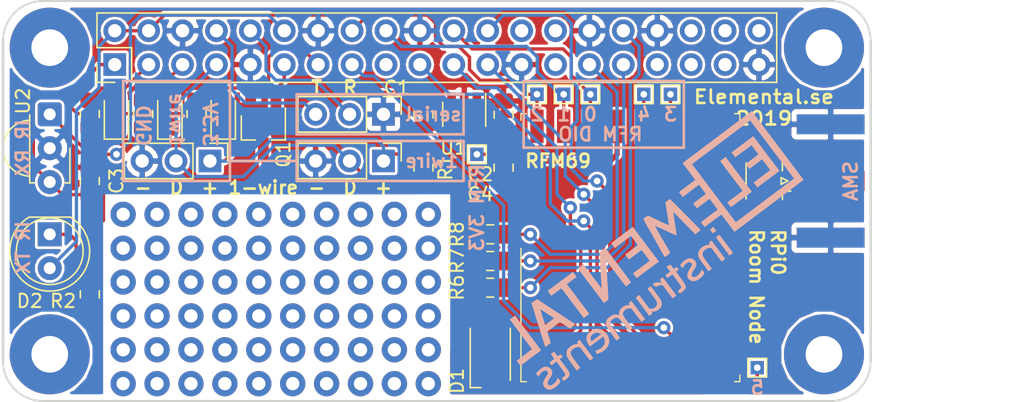
<source format=kicad_pcb>
(kicad_pcb (version 20171130) (host pcbnew 5.0.2-1.fc29)
  (title_block (title "RPi0 Room Node"))
  (layers (0 F.Cu signal) (31 B.Cu signal) (34 B.Paste user) (35 F.Paste user) (36 B.SilkS user) (37 F.SilkS user) (38 B.Mask user) (39 F.Mask user) (44 Edge.Cuts user))
  (net 0 "")
  (net 1 +5V)
  (net 2 +3V3)
  (net 3 GND)
  (net 4 /ONEWIRE)
  (net 5 /IRTX)
  (net 6 /IRRX)
  (net 7 "Net-(J1-Pad17)")
  (net 8 /MOSI)
  (net 9 /MISO)
  (net 10 /SCLK)
  (net 11 /CE0)
  (net 12 "Net-(J1-Pad26)")
  (net 13 "Net-(J1-Pad27)")
  (net 14 "Net-(J1-Pad28)")
  (net 15 "Net-(J1-Pad33)")
  (net 16 "Net-(J1-Pad35)")
  (net 17 "Net-(J1-Pad36)")
  (net 18 "Net-(J1-Pad37)")
  (net 19 "Net-(J1-Pad38)")
  (net 20 "Net-(J1-Pad40)")
  (net 21 "Net-(D1-Pad2)")
  (net 22 "Net-(D1-Pad3)")
  (net 23 "Net-(D1-Pad4)")
  (net 24 "Net-(D2-Pad1)")
  (net 25 "Net-(U1-Pad4)")
  (net 26 VDDA)
  (net 27 /RFM_DIO0)
  (net 28 /RFM_RST)
  (net 29 "Net-(D3-Pad1)")
  (net 30 "Net-(D4-Pad1)")
  (net 31 "Net-(D5-Pad1)")
  (net 32 "Net-(Q1-Pad3)")
  (net 33 /LED1)
  (net 34 /LED2)
  (net 35 /TXD)
  (net 36 /RXD)
  (net 37 /LED3)
  (net 38 /RFM_DIO1)
  (net 39 /LEDR)
  (net 40 /LEDG)
  (net 41 /LEDB)
  (net 42 /ANT)
  (net 43 /RFM_DIO2)
  (net 44 /RFM_DIO5)
  (net 45 /RFM_DIO4)
  (net 46 /RFM_DIO3)
  (module Resistor_SMD:R_0805_2012Metric_Pad1.15x1.40mm_HandSolder (layer F.Cu) (at 133 116 180)
    (fp_text reference R7 (at 2.5 0 270) (layer F.SilkS))
    (fp_text value R)
    (pad 2 smd roundrect (at 1.025 0 180) (size 1.15 1.4) (layers F.Cu F.Paste F.Mask) (roundrect_rratio 0.217391) (net 22 "Net-(D1-Pad3)"))
    (pad 1 smd roundrect (at -1.025 0 180) (size 1.15 1.4) (layers F.Cu F.Paste F.Mask) (roundrect_rratio 0.217391) (net 40 /LEDG))
  )
  (module Connector_PinHeader_2.54mm:PinHeader_2x20_P2.54mm_Vertical (layer F.Cu) (at 104.87 101.27 90)
    (fp_text reference J1 hide)
    (fp_text value "Raspberry Pi")
    (pad 1 thru_hole rect (at 0 0 90) (size 1.7 1.7) (drill 1) (layers *.Cu *.Mask) (net 2 +3V3))
    (pad 2 thru_hole oval (at 2.54 0 90) (size 1.7 1.7) (drill 1) (layers *.Cu *.Mask) (net 1 +5V))
    (pad 3 thru_hole oval (at 0 2.54 90) (size 1.7 1.7) (drill 1) (layers *.Cu *.Mask) (net 33 /LED1))
    (pad 4 thru_hole oval (at 2.54 2.54 90) (size 1.7 1.7) (drill 1) (layers *.Cu *.Mask) (net 1 +5V))
    (pad 5 thru_hole oval (at 0 5.08 90) (size 1.7 1.7) (drill 1) (layers *.Cu *.Mask) (net 34 /LED2))
    (pad 6 thru_hole oval (at 2.54 5.08 90) (size 1.7 1.7) (drill 1) (layers *.Cu *.Mask) (net 3 GND))
    (pad 7 thru_hole oval (at 0 7.62 90) (size 1.7 1.7) (drill 1) (layers *.Cu *.Mask) (net 4 /ONEWIRE))
    (pad 8 thru_hole oval (at 2.54 7.62 90) (size 1.7 1.7) (drill 1) (layers *.Cu *.Mask) (net 35 /TXD))
    (pad 9 thru_hole oval (at 0 10.16 90) (size 1.7 1.7) (drill 1) (layers *.Cu *.Mask) (net 3 GND))
    (pad 10 thru_hole oval (at 2.54 10.16 90) (size 1.7 1.7) (drill 1) (layers *.Cu *.Mask) (net 36 /RXD))
    (pad 11 thru_hole oval (at 0 12.7 90) (size 1.7 1.7) (drill 1) (layers *.Cu *.Mask) (net 5 /IRTX))
    (pad 12 thru_hole oval (at 2.54 12.7 90) (size 1.7 1.7) (drill 1) (layers *.Cu *.Mask) (net 6 /IRRX))
    (pad 13 thru_hole oval (at 0 15.24 90) (size 1.7 1.7) (drill 1) (layers *.Cu *.Mask) (net 37 /LED3))
    (pad 14 thru_hole oval (at 2.54 15.24 90) (size 1.7 1.7) (drill 1) (layers *.Cu *.Mask) (net 3 GND))
    (pad 15 thru_hole oval (at 0 17.78 90) (size 1.7 1.7) (drill 1) (layers *.Cu *.Mask) (net 28 /RFM_RST))
    (pad 16 thru_hole oval (at 2.54 17.78 90) (size 1.7 1.7) (drill 1) (layers *.Cu *.Mask) (net 43 /RFM_DIO2))
    (pad 17 thru_hole oval (at 0 20.32 90) (size 1.7 1.7) (drill 1) (layers *.Cu *.Mask) (net 7 "Net-(J1-Pad17)"))
    (pad 18 thru_hole oval (at 2.54 20.32 90) (size 1.7 1.7) (drill 1) (layers *.Cu *.Mask) (net 38 /RFM_DIO1))
    (pad 19 thru_hole oval (at 0 22.86 90) (size 1.7 1.7) (drill 1) (layers *.Cu *.Mask) (net 8 /MOSI))
    (pad 20 thru_hole oval (at 2.54 22.86 90) (size 1.7 1.7) (drill 1) (layers *.Cu *.Mask) (net 3 GND))
    (pad 21 thru_hole oval (at 0 25.4 90) (size 1.7 1.7) (drill 1) (layers *.Cu *.Mask) (net 9 /MISO))
    (pad 22 thru_hole oval (at 2.54 25.4 90) (size 1.7 1.7) (drill 1) (layers *.Cu *.Mask) (net 27 /RFM_DIO0))
    (pad 23 thru_hole oval (at 0 27.94 90) (size 1.7 1.7) (drill 1) (layers *.Cu *.Mask) (net 10 /SCLK))
    (pad 24 thru_hole oval (at 2.54 27.94 90) (size 1.7 1.7) (drill 1) (layers *.Cu *.Mask) (net 11 /CE0))
    (pad 25 thru_hole oval (at 0 30.48 90) (size 1.7 1.7) (drill 1) (layers *.Cu *.Mask) (net 3 GND))
    (pad 26 thru_hole oval (at 2.54 30.48 90) (size 1.7 1.7) (drill 1) (layers *.Cu *.Mask) (net 12 "Net-(J1-Pad26)"))
    (pad 27 thru_hole oval (at 0 33.02 90) (size 1.7 1.7) (drill 1) (layers *.Cu *.Mask) (net 13 "Net-(J1-Pad27)"))
    (pad 28 thru_hole oval (at 2.54 33.02 90) (size 1.7 1.7) (drill 1) (layers *.Cu *.Mask) (net 14 "Net-(J1-Pad28)"))
    (pad 29 thru_hole oval (at 0 35.56 90) (size 1.7 1.7) (drill 1) (layers *.Cu *.Mask) (net 39 /LEDR))
    (pad 30 thru_hole oval (at 2.54 35.56 90) (size 1.7 1.7) (drill 1) (layers *.Cu *.Mask) (net 3 GND))
    (pad 31 thru_hole oval (at 0 38.1 90) (size 1.7 1.7) (drill 1) (layers *.Cu *.Mask) (net 40 /LEDG))
    (pad 32 thru_hole oval (at 2.54 38.1 90) (size 1.7 1.7) (drill 1) (layers *.Cu *.Mask) (net 41 /LEDB))
    (pad 33 thru_hole oval (at 0 40.64 90) (size 1.7 1.7) (drill 1) (layers *.Cu *.Mask) (net 15 "Net-(J1-Pad33)"))
    (pad 34 thru_hole oval (at 2.54 40.64 90) (size 1.7 1.7) (drill 1) (layers *.Cu *.Mask) (net 3 GND))
    (pad 35 thru_hole oval (at 0 43.18 90) (size 1.7 1.7) (drill 1) (layers *.Cu *.Mask) (net 16 "Net-(J1-Pad35)"))
    (pad 36 thru_hole oval (at 2.54 43.18 90) (size 1.7 1.7) (drill 1) (layers *.Cu *.Mask) (net 17 "Net-(J1-Pad36)"))
    (pad 37 thru_hole oval (at 0 45.72 90) (size 1.7 1.7) (drill 1) (layers *.Cu *.Mask) (net 18 "Net-(J1-Pad37)"))
    (pad 38 thru_hole oval (at 2.54 45.72 90) (size 1.7 1.7) (drill 1) (layers *.Cu *.Mask) (net 19 "Net-(J1-Pad38)"))
    (pad 39 thru_hole oval (at 0 48.26 90) (size 1.7 1.7) (drill 1) (layers *.Cu *.Mask) (net 3 GND))
    (pad 40 thru_hole oval (at 2.54 48.26 90) (size 1.7 1.7) (drill 1) (layers *.Cu *.Mask) (net 20 "Net-(J1-Pad40)"))
  )
  (module holes:hole_2.75 (layer F.Cu) (at 100 100)
    (fp_text reference H1 hide)
    (fp_text value MountingHole hide)
    (pad "" np_thru_hole circle (at 0 0) (size 6 6) (drill 2.75) (layers *.Cu *.Mask))
  )
  (module holes:hole_2.75 (layer F.Cu) (at 158 100)
    (fp_text reference H2 hide)
    (fp_text value MountingHole hide)
    (pad "" np_thru_hole circle (at 0 0) (size 6 6) (drill 2.75) (layers *.Cu *.Mask))
  )
  (module holes:hole_2.75 (layer F.Cu) (at 100 123)
    (fp_text reference H3 hide)
    (fp_text value MountingHole hide)
    (pad "" np_thru_hole circle (at 0 0) (size 6 6) (drill 2.75) (layers *.Cu *.Mask))
  )
  (module holes:hole_2.75 (layer F.Cu) (at 158 123)
    (fp_text reference H4 hide)
    (fp_text value MountingHole hide)
    (pad "" np_thru_hole circle (at 0 0) (size 6 6) (drill 2.75) (layers *.Cu *.Mask))
  )
  (module LED_SMD:LED_Avago_PLCC4_3.2x2.8mm_CW (layer F.Cu) (at 133 123 90)
    (fp_text reference D1 (at -2 -2.5 270) (layer F.SilkS))
    (fp_text value ASMB-MTB0-0A3A2)
    (pad 1 smd rect (at -1.5 -0.75 90) (size 1.5 1.1) (layers F.Cu F.Paste F.Mask) (net 2 +3V3))
    (pad 2 smd rect (at 1.5 -0.75 90) (size 1.5 1.1) (layers F.Cu F.Paste F.Mask) (net 21 "Net-(D1-Pad2)"))
    (pad 3 smd rect (at 1.5 0.75 90) (size 1.5 1.1) (layers F.Cu F.Paste F.Mask) (net 22 "Net-(D1-Pad3)"))
    (pad 4 smd rect (at -1.5 0.75 90) (size 1.5 1.1) (layers F.Cu F.Paste F.Mask) (net 23 "Net-(D1-Pad4)"))
  )
  (module LED_THT:LED_D5.0mm_IRGrey (layer F.Cu) (at 100 114 270)
    (fp_text reference D2 (at 5 1.5) (layer F.SilkS))
    (fp_text value CQY99)
    (pad 1 thru_hole rect (at 0 0 270) (size 1.8 1.8) (drill 0.9) (layers *.Cu *.Mask) (net 24 "Net-(D2-Pad1)"))
    (pad 2 thru_hole circle (at 2.54 0 270) (size 1.8 1.8) (drill 0.9) (layers *.Cu *.Mask) (net 1 +5V))
  )
  (module Package_TO_SOT_SMD:SOT-23-5 (layer F.Cu) (at 131.05 105 270)
    (fp_text reference U1 (at 2.5 0.8 180) (layer F.SilkS))
    (fp_text value AP2210K-3.3)
    (pad 1 smd rect (at -1.1 -0.95 270) (size 1.06 0.65) (layers F.Cu F.Paste F.Mask) (net 1 +5V))
    (pad 2 smd rect (at -1.1 0 270) (size 1.06 0.65) (layers F.Cu F.Paste F.Mask) (net 3 GND))
    (pad 3 smd rect (at -1.1 0.95 270) (size 1.06 0.65) (layers F.Cu F.Paste F.Mask) (net 1 +5V))
    (pad 4 smd rect (at 1.1 0.95 270) (size 1.06 0.65) (layers F.Cu F.Paste F.Mask) (net 25 "Net-(U1-Pad4)"))
    (pad 5 smd rect (at 1.1 -0.95 270) (size 1.06 0.65) (layers F.Cu F.Paste F.Mask) (net 26 VDDA))
  )
  (module OptoDevice:Vishay_MINICAST-3Pin (layer F.Cu) (at 100 105 270)
    (fp_text reference U2 (at -1 2 90) (layer F.SilkS))
    (fp_text value TSOP382xx)
    (pad 1 thru_hole roundrect (at 0 0 270) (size 1.8 1.8) (drill 0.9) (layers *.Cu *.Mask) (roundrect_rratio 0.139) (net 6 /IRRX))
    (pad 2 thru_hole circle (at 2.54 0 270) (size 1.8 1.8) (drill 0.9) (layers *.Cu *.Mask) (net 3 GND))
    (pad 3 thru_hole circle (at 5.08 0 270) (size 1.8 1.8) (drill 0.9) (layers *.Cu *.Mask) (net 2 +3V3))
  )
  (module RF_Module:HOPERF_RFM69HW (layer F.Cu) (at 143.5 115 90)
    (fp_text reference U3 hide)
    (fp_text value RFM69HCW)
    (pad 16 smd rect (at 9.1 -7 90) (size 2.5 1) (layers F.Cu F.Paste F.Mask) (net 43 /RFM_DIO2))
    (pad 15 smd rect (at 9.1 -5 90) (size 2.5 1) (layers F.Cu F.Paste F.Mask) (net 38 /RFM_DIO1))
    (pad 14 smd rect (at 9.1 -3 90) (size 2.5 1) (layers F.Cu F.Paste F.Mask) (net 27 /RFM_DIO0))
    (pad 13 smd rect (at 9.1 -1 90) (size 2.5 1) (layers F.Cu F.Paste F.Mask) (net 26 VDDA))
    (pad 12 smd rect (at 9.1 1 90) (size 2.5 1) (layers F.Cu F.Paste F.Mask) (net 45 /RFM_DIO4))
    (pad 11 smd rect (at 9.1 3 90) (size 2.5 1) (layers F.Cu F.Paste F.Mask) (net 46 /RFM_DIO3))
    (pad 10 smd rect (at 9.1 5 90) (size 2.5 1) (layers F.Cu F.Paste F.Mask) (net 3 GND))
    (pad 9 smd rect (at 9.1 7 90) (size 2.5 1) (layers F.Cu F.Paste F.Mask) (net 42 /ANT))
    (pad 8 smd rect (at -9.1 7 90) (size 2.5 1) (layers F.Cu F.Paste F.Mask) (net 3 GND))
    (pad 7 smd rect (at -9.1 5 90) (size 2.5 1) (layers F.Cu F.Paste F.Mask) (net 44 /RFM_DIO5))
    (pad 6 smd rect (at -9.1 3 90) (size 2.5 1) (layers F.Cu F.Paste F.Mask) (net 28 /RFM_RST))
    (pad 5 smd rect (at -9.1 1 90) (size 2.5 1) (layers F.Cu F.Paste F.Mask) (net 11 /CE0))
    (pad 4 smd rect (at -9.1 -1 90) (size 2.5 1) (layers F.Cu F.Paste F.Mask) (net 10 /SCLK))
    (pad 3 smd rect (at -9.1 -3 90) (size 2.5 1) (layers F.Cu F.Paste F.Mask) (net 8 /MOSI))
    (pad 2 smd rect (at -9.1 -5 90) (size 2.5 1) (layers F.Cu F.Paste F.Mask) (net 9 /MISO))
    (pad 1 smd rect (at -9.1 -7 90) (size 2.5 1) (layers F.Cu F.Paste F.Mask) (net 3 GND))
  )
  (module Capacitor_SMD:C_0805_2012Metric_Pad1.15x1.40mm_HandSolder (layer F.Cu) (at 128 105 270)
    (fp_text reference C1 (at -2 2) (layer F.SilkS))
    (fp_text value C)
    (pad 1 smd roundrect (at -1.025 0 270) (size 1.15 1.4) (layers F.Cu F.Paste F.Mask) (roundrect_rratio 0.217391) (net 1 +5V))
    (pad 2 smd roundrect (at 1.025 0 270) (size 1.15 1.4) (layers F.Cu F.Paste F.Mask) (roundrect_rratio 0.217391) (net 3 GND))
  )
  (module Capacitor_SMD:C_0805_2012Metric_Pad1.15x1.40mm_HandSolder (layer F.Cu) (at 134 105.025 90)
    (fp_text reference C2 (at -4.475 -1.75 180) (layer F.SilkS))
    (fp_text value C)
    (pad 2 smd roundrect (at 1.025 0 90) (size 1.15 1.4) (layers F.Cu F.Paste F.Mask) (roundrect_rratio 0.217391) (net 3 GND))
    (pad 1 smd roundrect (at -1.025 0 90) (size 1.15 1.4) (layers F.Cu F.Paste F.Mask) (roundrect_rratio 0.217391) (net 26 VDDA))
  )
  (module Capacitor_SMD:C_0805_2012Metric_Pad1.15x1.40mm_HandSolder (layer F.Cu) (at 103 110 90)
    (fp_text reference C3 (at 0 2 90) (layer F.SilkS))
    (fp_text value 1u)
    (pad 1 smd roundrect (at -1.025 0 90) (size 1.15 1.4) (layers F.Cu F.Paste F.Mask) (roundrect_rratio 0.217391) (net 2 +3V3))
    (pad 2 smd roundrect (at 1.025 0 90) (size 1.15 1.4) (layers F.Cu F.Paste F.Mask) (roundrect_rratio 0.217391) (net 3 GND))
  )
  (module Capacitor_SMD:C_0805_2012Metric_Pad1.15x1.40mm_HandSolder (layer F.Cu) (at 134 109 270)
    (fp_text reference C4 (at 2 1.75) (layer F.SilkS))
    (fp_text value C)
    (pad 1 smd roundrect (at -1.025 0 270) (size 1.15 1.4) (layers F.Cu F.Paste F.Mask) (roundrect_rratio 0.217391) (net 26 VDDA))
    (pad 2 smd roundrect (at 1.025 0 270) (size 1.15 1.4) (layers F.Cu F.Paste F.Mask) (roundrect_rratio 0.217391) (net 3 GND))
  )
  (module LED_SMD:LED_0805_2012Metric_Castellated (layer F.Cu) (at 105 104.975 90)
    (fp_text reference D3 hide)
    (fp_text value LED)
    (pad 1 smd roundrect (at -0.9625 0 90) (size 1.325 1.3) (layers F.Cu F.Paste F.Mask) (roundrect_rratio 0.192308) (net 29 "Net-(D3-Pad1)"))
    (pad 2 smd roundrect (at 0.9625 0 90) (size 1.325 1.3) (layers F.Cu F.Paste F.Mask) (roundrect_rratio 0.192308) (net 2 +3V3))
  )
  (module LED_SMD:LED_0805_2012Metric_Castellated (layer F.Cu) (at 109 104.975 90)
    (fp_text reference D4 hide)
    (fp_text value LED)
    (pad 2 smd roundrect (at 0.9625 0 90) (size 1.325 1.3) (layers F.Cu F.Paste F.Mask) (roundrect_rratio 0.192308) (net 2 +3V3))
    (pad 1 smd roundrect (at -0.9625 0 90) (size 1.325 1.3) (layers F.Cu F.Paste F.Mask) (roundrect_rratio 0.192308) (net 30 "Net-(D4-Pad1)"))
  )
  (module LED_SMD:LED_0805_2012Metric_Castellated (layer F.Cu) (at 113 104.975 90)
    (fp_text reference D5 hide)
    (fp_text value LED)
    (pad 1 smd roundrect (at -0.9625 0 90) (size 1.325 1.3) (layers F.Cu F.Paste F.Mask) (roundrect_rratio 0.192308) (net 31 "Net-(D5-Pad1)"))
    (pad 2 smd roundrect (at 0.9625 0 90) (size 1.325 1.3) (layers F.Cu F.Paste F.Mask) (roundrect_rratio 0.192308) (net 2 +3V3))
  )
  (module Package_TO_SOT_SMD:SC-59_Handsoldering (layer F.Cu) (at 116 105.975 270)
    (fp_text reference Q1 (at 2.025 -1.5 90) (layer F.SilkS))
    (fp_text value PDTC123Y)
    (pad 1 smd rect (at -1.65 -0.95 270) (size 1.8 0.8) (layers F.Cu F.Paste F.Mask) (net 5 /IRTX))
    (pad 2 smd rect (at -1.65 0.95 270) (size 1.8 0.8) (layers F.Cu F.Paste F.Mask) (net 3 GND))
    (pad 3 smd rect (at 1.65 0 270) (size 1.8 0.8) (layers F.Cu F.Paste F.Mask) (net 32 "Net-(Q1-Pad3)"))
  )
  (module Resistor_SMD:R_0805_2012Metric_Pad1.15x1.40mm_HandSolder (layer F.Cu) (at 128 109 270)
    (fp_text reference R1 (at 0 -1.65 270) (layer F.SilkS))
    (fp_text value 4k7)
    (pad 1 smd roundrect (at -1.025 0 270) (size 1.15 1.4) (layers F.Cu F.Paste F.Mask) (roundrect_rratio 0.217391) (net 2 +3V3))
    (pad 2 smd roundrect (at 1.025 0 270) (size 1.15 1.4) (layers F.Cu F.Paste F.Mask) (roundrect_rratio 0.217391) (net 4 /ONEWIRE))
  )
  (module Resistor_SMD:R_0805_2012Metric_Pad1.15x1.40mm_HandSolder (layer F.Cu) (at 103 118.5 90)
    (fp_text reference R2 (at -0.5 -2 180) (layer F.SilkS))
    (fp_text value R)
    (pad 2 smd roundrect (at 1.025 0 90) (size 1.15 1.4) (layers F.Cu F.Paste F.Mask) (roundrect_rratio 0.217391) (net 32 "Net-(Q1-Pad3)"))
    (pad 1 smd roundrect (at -1.025 0 90) (size 1.15 1.4) (layers F.Cu F.Paste F.Mask) (roundrect_rratio 0.217391) (net 24 "Net-(D2-Pad1)"))
  )
  (module Resistor_SMD:R_0805_2012Metric_Pad1.15x1.40mm_HandSolder (layer F.Cu) (at 103 104.975 270)
    (fp_text reference R3 hide)
    (fp_text value R)
    (pad 2 smd roundrect (at 1.025 0 270) (size 1.15 1.4) (layers F.Cu F.Paste F.Mask) (roundrect_rratio 0.217391) (net 29 "Net-(D3-Pad1)"))
    (pad 1 smd roundrect (at -1.025 0 270) (size 1.15 1.4) (layers F.Cu F.Paste F.Mask) (roundrect_rratio 0.217391) (net 33 /LED1))
  )
  (module Resistor_SMD:R_0805_2012Metric_Pad1.15x1.40mm_HandSolder (layer F.Cu) (at 107 104.975 270)
    (fp_text reference R4 hide)
    (fp_text value R)
    (pad 1 smd roundrect (at -1.025 0 270) (size 1.15 1.4) (layers F.Cu F.Paste F.Mask) (roundrect_rratio 0.217391) (net 34 /LED2))
    (pad 2 smd roundrect (at 1.025 0 270) (size 1.15 1.4) (layers F.Cu F.Paste F.Mask) (roundrect_rratio 0.217391) (net 30 "Net-(D4-Pad1)"))
  )
  (module Resistor_SMD:R_0805_2012Metric_Pad1.15x1.40mm_HandSolder (layer F.Cu) (at 111 104.975 270)
    (fp_text reference R5 hide)
    (fp_text value R)
    (pad 2 smd roundrect (at 1.025 0 270) (size 1.15 1.4) (layers F.Cu F.Paste F.Mask) (roundrect_rratio 0.217391) (net 31 "Net-(D5-Pad1)"))
    (pad 1 smd roundrect (at -1.025 0 270) (size 1.15 1.4) (layers F.Cu F.Paste F.Mask) (roundrect_rratio 0.217391) (net 37 /LED3))
  )
  (module Resistor_SMD:R_0805_2012Metric_Pad1.15x1.40mm_HandSolder (layer F.Cu) (at 133 118 180)
    (fp_text reference R6 (at 2.5 0 270) (layer F.SilkS))
    (fp_text value R)
    (pad 1 smd roundrect (at -1.025 0 180) (size 1.15 1.4) (layers F.Cu F.Paste F.Mask) (roundrect_rratio 0.217391) (net 41 /LEDB))
    (pad 2 smd roundrect (at 1.025 0 180) (size 1.15 1.4) (layers F.Cu F.Paste F.Mask) (roundrect_rratio 0.217391) (net 21 "Net-(D1-Pad2)"))
  )
  (module Resistor_SMD:R_0805_2012Metric_Pad1.15x1.40mm_HandSolder (layer F.Cu) (at 133 114 180)
    (fp_text reference R8 (at 2.5 0 270) (layer F.SilkS))
    (fp_text value R)
    (pad 1 smd roundrect (at -1.025 0 180) (size 1.15 1.4) (layers F.Cu F.Paste F.Mask) (roundrect_rratio 0.217391) (net 39 /LEDR))
    (pad 2 smd roundrect (at 1.025 0 180) (size 1.15 1.4) (layers F.Cu F.Paste F.Mask) (roundrect_rratio 0.217391) (net 23 "Net-(D1-Pad4)"))
  )
  (module Connector_Coaxial:SMA_Amphenol_132289_EdgeMount (layer F.Cu) (at 158.5 110)
    (fp_text reference AE1 hide)
    (fp_text value SMA)
    (pad 2 smd rect (at 0 4.25 90) (size 1.5 5.08) (layers B.Cu B.Paste B.Mask) (net 3 GND))
    (pad 2 smd rect (at 0 -4.25 90) (size 1.5 5.08) (layers B.Cu B.Paste B.Mask) (net 3 GND))
    (pad 2 smd rect (at 0 4.25 90) (size 1.5 5.08) (layers F.Cu F.Paste F.Mask) (net 3 GND))
    (pad 2 smd rect (at 0 -4.25 90) (size 1.5 5.08) (layers F.Cu F.Paste F.Mask) (net 3 GND))
    (pad 1 smd rect (at 0 0 90) (size 1.5 5.08) (layers F.Cu F.Paste F.Mask) (net 42 /ANT))
  )
  (module Connector_PinHeader_2.54mm:PinHeader_1x03_P2.54mm_Vertical (layer F.Cu) (at 125 105 270)
    (fp_text reference J3 hide)
    (fp_text value Conn_01x03)
    (pad 1 thru_hole rect (at 0 0 270) (size 1.7 1.7) (drill 1) (layers *.Cu *.Mask) (net 3 GND))
    (pad 2 thru_hole oval (at 0 2.54 270) (size 1.7 1.7) (drill 1) (layers *.Cu *.Mask) (net 36 /RXD))
    (pad 3 thru_hole oval (at 0 5.08 270) (size 1.7 1.7) (drill 1) (layers *.Cu *.Mask) (net 35 /TXD))
  )
  (module Connector_Coaxial:U.FL_Hirose_U.FL-R-SMT-1_Vertical (layer F.Cu) (at 154 110 180)
    (fp_text reference AE2 hide)
    (fp_text value U.FL)
    (pad 2 smd rect (at 0.475 1.475 180) (size 2.2 1.05) (layers F.Cu F.Paste F.Mask) (net 3 GND))
    (pad 1 smd rect (at -1.05 0 180) (size 1.05 1) (layers F.Cu F.Paste F.Mask) (net 42 /ANT))
    (pad 2 smd rect (at 0.475 -1.475 180) (size 2.2 1.05) (layers F.Cu F.Paste F.Mask) (net 3 GND))
  )
  (module protoarea:protoarea (layer F.Cu) (at 105.5 112.5)
    (fp_text reference REF** hide)
    (fp_text value protoarea hide)
    (pad "" np_thru_hole circle (at 22.86 12.7) (size 1.9 1.9) (drill 1) (layers *.Cu *.Mask))
    (pad "" np_thru_hole circle (at 22.86 10.16) (size 1.9 1.9) (drill 1) (layers *.Cu *.Mask))
    (pad "" np_thru_hole circle (at 17.78 12.7) (size 1.9 1.9) (drill 1) (layers *.Cu *.Mask))
    (pad "" np_thru_hole circle (at 17.78 10.16) (size 1.9 1.9) (drill 1) (layers *.Cu *.Mask))
    (pad "" np_thru_hole circle (at 20.32 10.16) (size 1.9 1.9) (drill 1) (layers *.Cu *.Mask))
    (pad "" np_thru_hole circle (at 20.32 12.7) (size 1.9 1.9) (drill 1) (layers *.Cu *.Mask))
    (pad "" np_thru_hole circle (at 15.24 12.7) (size 1.9 1.9) (drill 1) (layers *.Cu *.Mask))
    (pad "" np_thru_hole circle (at 15.24 10.16) (size 1.9 1.9) (drill 1) (layers *.Cu *.Mask))
    (pad "" np_thru_hole circle (at 20.32 5.08) (size 1.9 1.9) (drill 1) (layers *.Cu *.Mask))
    (pad "" np_thru_hole circle (at 22.86 5.08) (size 1.9 1.9) (drill 1) (layers *.Cu *.Mask))
    (pad "" np_thru_hole circle (at 20.32 7.62) (size 1.9 1.9) (drill 1) (layers *.Cu *.Mask))
    (pad "" np_thru_hole circle (at 22.86 7.62) (size 1.9 1.9) (drill 1) (layers *.Cu *.Mask))
    (pad "" np_thru_hole circle (at 17.78 2.54) (size 1.9 1.9) (drill 1) (layers *.Cu *.Mask))
    (pad "" np_thru_hole circle (at 17.78 0) (size 1.9 1.9) (drill 1) (layers *.Cu *.Mask))
    (pad "" np_thru_hole circle (at 15.24 0) (size 1.9 1.9) (drill 1) (layers *.Cu *.Mask))
    (pad "" np_thru_hole circle (at 15.24 2.54) (size 1.9 1.9) (drill 1) (layers *.Cu *.Mask))
    (pad "" np_thru_hole circle (at 17.78 5.08) (size 1.9 1.9) (drill 1) (layers *.Cu *.Mask))
    (pad "" np_thru_hole circle (at 17.78 7.62) (size 1.9 1.9) (drill 1) (layers *.Cu *.Mask))
    (pad "" np_thru_hole circle (at 15.24 5.08) (size 1.9 1.9) (drill 1) (layers *.Cu *.Mask))
    (pad "" np_thru_hole circle (at 15.24 7.62) (size 1.9 1.9) (drill 1) (layers *.Cu *.Mask))
    (pad "" np_thru_hole circle (at 22.86 0) (size 1.9 1.9) (drill 1) (layers *.Cu *.Mask))
    (pad "" np_thru_hole circle (at 20.32 0) (size 1.9 1.9) (drill 1) (layers *.Cu *.Mask))
    (pad "" np_thru_hole circle (at 20.32 2.54) (size 1.9 1.9) (drill 1) (layers *.Cu *.Mask))
    (pad "" np_thru_hole circle (at 22.86 2.54) (size 1.9 1.9) (drill 1) (layers *.Cu *.Mask))
    (pad "" np_thru_hole circle (at 12.7 12.7) (size 1.9 1.9) (drill 1) (layers *.Cu *.Mask))
    (pad "" np_thru_hole circle (at 10.16 12.7) (size 1.9 1.9) (drill 1) (layers *.Cu *.Mask))
    (pad "" np_thru_hole circle (at 12.7 10.16) (size 1.9 1.9) (drill 1) (layers *.Cu *.Mask))
    (pad "" np_thru_hole circle (at 7.62 10.16) (size 1.9 1.9) (drill 1) (layers *.Cu *.Mask))
    (pad "" np_thru_hole circle (at 7.62 12.7) (size 1.9 1.9) (drill 1) (layers *.Cu *.Mask))
    (pad "" np_thru_hole circle (at 10.16 10.16) (size 1.9 1.9) (drill 1) (layers *.Cu *.Mask))
    (pad "" np_thru_hole circle (at 5.08 10.16) (size 1.9 1.9) (drill 1) (layers *.Cu *.Mask))
    (pad "" np_thru_hole circle (at 5.08 12.7) (size 1.9 1.9) (drill 1) (layers *.Cu *.Mask))
    (pad "" np_thru_hole circle (at 5.08 2.54) (size 1.9 1.9) (drill 1) (layers *.Cu *.Mask))
    (pad "" np_thru_hole circle (at 5.08 0) (size 1.9 1.9) (drill 1) (layers *.Cu *.Mask))
    (pad "" np_thru_hole circle (at 7.62 2.54) (size 1.9 1.9) (drill 1) (layers *.Cu *.Mask))
    (pad "" np_thru_hole circle (at 7.62 0) (size 1.9 1.9) (drill 1) (layers *.Cu *.Mask))
    (pad "" np_thru_hole circle (at 7.62 7.62) (size 1.9 1.9) (drill 1) (layers *.Cu *.Mask))
    (pad "" np_thru_hole circle (at 5.08 7.62) (size 1.9 1.9) (drill 1) (layers *.Cu *.Mask))
    (pad "" np_thru_hole circle (at 5.08 5.08) (size 1.9 1.9) (drill 1) (layers *.Cu *.Mask))
    (pad "" np_thru_hole circle (at 12.7 5.08) (size 1.9 1.9) (drill 1) (layers *.Cu *.Mask))
    (pad "" np_thru_hole circle (at 10.16 2.54) (size 1.9 1.9) (drill 1) (layers *.Cu *.Mask))
    (pad "" np_thru_hole circle (at 10.16 5.08) (size 1.9 1.9) (drill 1) (layers *.Cu *.Mask))
    (pad "" np_thru_hole circle (at 12.7 7.62) (size 1.9 1.9) (drill 1) (layers *.Cu *.Mask))
    (pad "" np_thru_hole circle (at 10.16 7.62) (size 1.9 1.9) (drill 1) (layers *.Cu *.Mask))
    (pad "" np_thru_hole circle (at 7.62 5.08) (size 1.9 1.9) (drill 1) (layers *.Cu *.Mask))
    (pad "" np_thru_hole circle (at 12.7 2.54) (size 1.9 1.9) (drill 1) (layers *.Cu *.Mask))
    (pad "" np_thru_hole circle (at 10.16 0) (size 1.9 1.9) (drill 1) (layers *.Cu *.Mask))
    (pad "" np_thru_hole circle (at 12.7 0) (size 1.9 1.9) (drill 1) (layers *.Cu *.Mask))
    (pad "" np_thru_hole circle (at 2.54 12.7) (size 1.9 1.9) (drill 1) (layers *.Cu *.Mask))
    (pad "" np_thru_hole circle (at 0 12.7) (size 1.9 1.9) (drill 1) (layers *.Cu *.Mask))
    (pad "" np_thru_hole circle (at 2.54 10.16) (size 1.9 1.9) (drill 1) (layers *.Cu *.Mask))
    (pad "" np_thru_hole circle (at 0 10.16) (size 1.9 1.9) (drill 1) (layers *.Cu *.Mask))
    (pad "" np_thru_hole circle (at 2.54 7.62) (size 1.9 1.9) (drill 1) (layers *.Cu *.Mask))
    (pad "" np_thru_hole circle (at 0 7.62) (size 1.9 1.9) (drill 1) (layers *.Cu *.Mask))
    (pad "" np_thru_hole circle (at 2.54 5.08) (size 1.9 1.9) (drill 1) (layers *.Cu *.Mask))
    (pad "" np_thru_hole circle (at 2.54 2.54) (size 1.9 1.9) (drill 1) (layers *.Cu *.Mask))
    (pad "" np_thru_hole circle (at 0 2.54) (size 1.9 1.9) (drill 1) (layers *.Cu *.Mask))
    (pad "" np_thru_hole circle (at 0 5.08) (size 1.9 1.9) (drill 1) (layers *.Cu *.Mask))
    (pad "" np_thru_hole circle (at 2.54 0) (size 1.9 1.9) (drill 1) (layers *.Cu *.Mask))
    (pad "" np_thru_hole circle (at 0 0) (size 1.9 1.9) (drill 1) (layers *.Cu *.Mask))
  )
  (module Connector_PinHeader_2.54mm:PinHeader_1x03_P2.54mm_Vertical (layer F.Cu) (at 125 108.5 270)
    (fp_text reference J2 hide)
    (fp_text value Conn_01x03)
    (pad 3 thru_hole oval (at 0 5.08 270) (size 1.7 1.7) (drill 1) (layers *.Cu *.Mask) (net 3 GND))
    (pad 2 thru_hole oval (at 0 2.54 270) (size 1.7 1.7) (drill 1) (layers *.Cu *.Mask) (net 4 /ONEWIRE))
    (pad 1 thru_hole rect (at 0 0 270) (size 1.7 1.7) (drill 1) (layers *.Cu *.Mask) (net 2 +3V3))
  )
  (module Connector_PinHeader_2.54mm:PinHeader_1x03_P2.54mm_Vertical (layer F.Cu) (at 112 108.5 270)
    (fp_text reference J4 hide)
    (fp_text value Conn_01x03)
    (pad 1 thru_hole rect (at 0 0 270) (size 1.7 1.7) (drill 1) (layers *.Cu *.Mask) (net 2 +3V3))
    (pad 2 thru_hole oval (at 0 2.54 270) (size 1.7 1.7) (drill 1) (layers *.Cu *.Mask) (net 4 /ONEWIRE))
    (pad 3 thru_hole oval (at 0 5.08 270) (size 1.7 1.7) (drill 1) (layers *.Cu *.Mask) (net 3 GND))
  )
  (module elemental:elemental-4mm-mask (layer F.Cu) (at 158 117.5)
    (fp_text reference G*** hide)
    (fp_text value LOGO hide)
  )
  (module elemental:elemental-25.4mm (layer B.Cu) (at 145 115.5 217)
    (fp_text reference G*** hide)
    (fp_text value LOGO hide)
  )
  (module TestPoint:TestPoint_THTPad_1.0x1.0mm_Drill0.5mm (layer F.Cu) (at 153 124)
    (fp_text reference TP1 hide)
    (fp_text value TestPoint)
    (pad 1 thru_hole rect (at 0 0) (size 1 1) (drill 0.5) (layers *.Cu *.Mask) (net 44 /RFM_DIO5))
  )
  (module TestPoint:TestPoint_THTPad_1.0x1.0mm_Drill0.5mm (layer F.Cu) (at 144.5 103.5)
    (fp_text reference TP2 hide)
    (fp_text value TestPoint)
    (pad 1 thru_hole rect (at 0 0) (size 1 1) (drill 0.5) (layers *.Cu *.Mask) (net 45 /RFM_DIO4))
  )
  (module TestPoint:TestPoint_THTPad_1.0x1.0mm_Drill0.5mm (layer F.Cu) (at 146.5 103.5)
    (fp_text reference TP3 hide)
    (fp_text value TestPoint)
    (pad 1 thru_hole rect (at 0 0) (size 1 1) (drill 0.5) (layers *.Cu *.Mask) (net 46 /RFM_DIO3))
  )
  (module TestPoint:TestPoint_THTPad_1.0x1.0mm_Drill0.5mm (layer F.Cu) (at 136.5 103.5)
    (fp_text reference TP4 hide)
    (fp_text value TestPoint)
    (pad 1 thru_hole rect (at 0 0) (size 1 1) (drill 0.5) (layers *.Cu *.Mask) (net 43 /RFM_DIO2))
  )
  (module TestPoint:TestPoint_THTPad_1.0x1.0mm_Drill0.5mm (layer F.Cu) (at 138.5 103.5)
    (fp_text reference TP5 hide)
    (fp_text value TestPoint)
    (pad 1 thru_hole rect (at 0 0) (size 1 1) (drill 0.5) (layers *.Cu *.Mask) (net 38 /RFM_DIO1))
  )
  (module TestPoint:TestPoint_THTPad_1.0x1.0mm_Drill0.5mm (layer F.Cu) (at 140.5 103.5)
    (fp_text reference TP6 hide)
    (fp_text value TestPoint)
    (pad 1 thru_hole rect (at 0 0) (size 1 1) (drill 0.5) (layers *.Cu *.Mask) (net 27 /RFM_DIO0))
  )
  (module TestPoint:TestPoint_THTPad_1.0x1.0mm_Drill0.5mm (layer F.Cu) (at 132 108)
    (fp_text reference TP7 hide)
    (fp_text value TestPoint)
    (pad 1 thru_hole rect (at 0 0) (size 1 1) (drill 0.5) (layers *.Cu *.Mask) (net 26 VDDA))
  )
  (gr_text "RFM 3V3" (at 132 112 90) (layer B.SilkS) (effects (font (size 1 1) (thickness 0.2)) (justify mirror)))
  (gr_line (start 147.5 107.5) (end 147.5 102.5) (layer B.SilkS) (width 0.2))
  (gr_line (start 135.5 107.5) (end 147.5 107.5) (layer B.SilkS) (width 0.2))
  (gr_line (start 135.5 102.5) (end 135.5 107.5) (layer B.SilkS) (width 0.2))
  (gr_line (start 147.5 102.5) (end 135.5 102.5) (layer B.SilkS) (width 0.2))
  (gr_text 5 (at 153 125.5) (layer B.SilkS) (effects (font (size 1 1) (thickness 0.2)) (justify mirror)))
  (gr_text "RFM DIO" (at 141.25 106.5) (layer B.SilkS) (effects (font (size 1 1) (thickness 0.2)) (justify mirror)))
  (gr_text 3 (at 146.5 105) (layer B.SilkS) (effects (font (size 1 1) (thickness 0.2)) (justify mirror)))
  (gr_text 4 (at 144.5 105) (layer B.SilkS) (effects (font (size 1 1) (thickness 0.2)) (justify mirror)))
  (gr_text 0 (at 140.5 105) (layer B.SilkS) (effects (font (size 1 1) (thickness 0.2)) (justify mirror)))
  (gr_text 1 (at 138.5 105) (layer B.SilkS) (effects (font (size 1 1) (thickness 0.2)) (justify mirror)))
  (gr_text 2 (at 136.5 105) (layer B.SilkS) (effects (font (size 1 1) (thickness 0.2)) (justify mirror)))
  (gr_text "IR TX" (at 98 115 90) (layer B.SilkS) (effects (font (size 1 1) (thickness 0.2)) (justify mirror)))
  (gr_text "IR RX" (at 98 107.5 90) (layer B.SilkS) (effects (font (size 1 1) (thickness 0.2)) (justify mirror)))
  (gr_text SMA (at 160 110 90) (layer B.SilkS) (effects (font (size 1 1) (thickness 0.2)) (justify mirror)))
  (gr_line (start 113.5 108.5) (end 118.5 108.5) (layer B.SilkS) (width 0.2))
  (gr_line (start 131 110) (end 130.5 110) (layer B.SilkS) (width 0.2))
  (gr_line (start 131 107) (end 131 110) (layer B.SilkS) (width 0.2))
  (gr_line (start 130.5 107) (end 131 107) (layer B.SilkS) (width 0.2))
  (gr_line (start 131 106.5) (end 130.5 106.5) (layer B.SilkS) (width 0.2))
  (gr_line (start 131 103.5) (end 131 106.5) (layer B.SilkS) (width 0.2))
  (gr_line (start 131 103.5) (end 131 103.5) (layer B.SilkS) (width 0.2))
  (gr_line (start 130.5 103.5) (end 131 103.5) (layer B.SilkS) (width 0.2))
  (gr_text serial (at 126.5 105) (layer B.SilkS) (effects (font (size 1 1) (thickness 0.2)) (justify right mirror)))
  (gr_line (start 118.5 103.5) (end 130.5 103.5) (layer B.SilkS) (width 0.2))
  (gr_line (start 118.5 106.5) (end 130.5 106.5) (layer B.SilkS) (width 0.2))
  (gr_line (start 118.5 103.5) (end 118.5 106.5) (layer B.SilkS) (width 0.2))
  (gr_line (start 118.5 110) (end 130.5 110) (layer B.SilkS) (width 0.2))
  (gr_line (start 118.5 107) (end 130.5 107) (layer B.SilkS) (width 0.2))
  (gr_line (start 118.5 110) (end 118.5 107) (layer B.SilkS) (width 0.2))
  (gr_text 1wire (at 126.5 108.5) (layer B.SilkS) (effects (font (size 1 1) (thickness 0.2)) (justify right mirror)))
  (gr_text 3.3V (at 112 107.5 270) (layer B.SilkS) (effects (font (size 1 1) (thickness 0.2)) (justify left mirror)))
  (gr_text 1wire (at 109.5 107.5 270) (layer B.SilkS) (effects (font (size 1 1) (thickness 0.2)) (justify left mirror)))
  (gr_text GND (at 107 107.5 270) (layer B.SilkS) (effects (font (size 1 1) (thickness 0.2)) (justify left mirror)))
  (gr_line (start 105.5 102.5) (end 105.5 107) (layer B.SilkS) (width 0.2))
  (gr_line (start 113.5 102.5) (end 105.5 102.5) (layer B.SilkS) (width 0.2))
  (gr_line (start 113.5 110) (end 113.5 102.5) (layer B.SilkS) (width 0.2))
  (gr_line (start 105.5 110) (end 113.5 110) (layer B.SilkS) (width 0.2))
  (gr_line (start 105.5 107) (end 105.5 110) (layer B.SilkS) (width 0.2))
  (gr_text RFM69 (at 135.5 108.5) (layer F.SilkS) (effects (font (size 1 1) (thickness 0.2)) (justify left)))
  (gr_text "RPi0\nRoom Node" (at 153.75 113.5 270) (layer F.SilkS) (effects (font (size 1 1) (thickness 0.2)) (justify left)))
  (gr_text "Elemental.se\n2019" (at 153.5 104.5) (layer F.SilkS) (effects (font (size 1 1.1) (thickness 0.2))))
  (gr_text R (at 122.5 103) (layer F.SilkS) (effects (font (size 1 1) (thickness 0.2))))
  (gr_text T (at 120 103) (layer F.SilkS) (effects (font (size 1 1) (thickness 0.2))))
  (gr_text 1-wire (at 116 110.5) (layer F.SilkS) (effects (font (size 1 1) (thickness 0.2))))
  (gr_text - (at 120 110.5) (layer F.SilkS) (effects (font (size 1 1) (thickness 0.2))))
  (gr_text + (at 125 110.5) (layer F.SilkS) (effects (font (size 1 1) (thickness 0.2))))
  (gr_text D (at 122.5 110.5) (layer F.SilkS) (effects (font (size 1 1) (thickness 0.2))))
  (gr_text + (at 112 110.5) (layer F.SilkS) (effects (font (size 1 1) (thickness 0.2))))
  (gr_text D (at 109.5 110.5) (layer F.SilkS) (effects (font (size 1 1) (thickness 0.2))))
  (gr_text - (at 107 110.5) (layer F.SilkS) (effects (font (size 1 1) (thickness 0.2))))
  (gr_arc (start 158.5 123.5) (end 161.5 123.5) (angle 90) (layer Edge.Cuts) (width 0.15))
  (gr_line (start 161.5 123.5) (end 161.5 99.5) (layer Edge.Cuts) (width 0.2))
  (gr_arc (start 99.5 123.5) (end 99.5 126.5) (angle 90) (layer Edge.Cuts) (width 0.15))
  (gr_line (start 96.5 123.5) (end 96.5 99.5) (layer Edge.Cuts) (width 0.2))
  (gr_line (start 99.5 126.5) (end 158.5 126.5) (layer Edge.Cuts) (width 0.15))
  (gr_arc (start 158.5 99.5) (end 158.5 96.5) (angle 90) (layer Edge.Cuts) (width 0.15))
  (gr_arc (start 99.5 99.5) (end 96.5 99.5) (angle 90) (layer Edge.Cuts) (width 0.15))
  (gr_line (start 99.5 96.5) (end 158.5 96.5) (layer Edge.Cuts) (width 0.15))
  (segment (start 108.585001 97.554999) (end 108.259999 97.880001) (width 0.25) (layer F.Cu) (net 1))
  (segment (start 108.259999 97.880001) (end 107.41 98.73) (width 0.25) (layer F.Cu) (net 1))
  (segment (start 106.207919 98.73) (end 104.87 98.73) (width 0.25) (layer F.Cu) (net 1))
  (segment (start 107.41 98.73) (end 106.207919 98.73) (width 0.25) (layer F.Cu) (net 1))
  (segment (start 104.020001 99.579999) (end 104.87 98.73) (width 0.25) (layer B.Cu) (net 1))
  (segment (start 103.694999 99.905001) (end 104.020001 99.579999) (width 0.25) (layer B.Cu) (net 1))
  (segment (start 102 114.54) (end 102 104.694999) (width 0.25) (layer B.Cu) (net 1))
  (segment (start 103.694999 103) (end 103.694999 99.905001) (width 0.25) (layer B.Cu) (net 1))
  (segment (start 102 104.694999) (end 103.694999 103) (width 0.25) (layer B.Cu) (net 1))
  (segment (start 100 116.54) (end 102 114.54) (width 0.25) (layer B.Cu) (net 1))
  (segment (start 132 104.68) (end 131.68 105) (width 0.25) (layer F.Cu) (net 1))
  (segment (start 132 103.9) (end 132 104.68) (width 0.25) (layer F.Cu) (net 1))
  (segment (start 129.025 105) (end 128 103.975) (width 0.25) (layer F.Cu) (net 1))
  (segment (start 130.1 104.9) (end 130 105) (width 0.25) (layer F.Cu) (net 1))
  (segment (start 130.1 103.9) (end 130.1 104.9) (width 0.25) (layer F.Cu) (net 1))
  (segment (start 131.68 105) (end 130 105) (width 0.25) (layer F.Cu) (net 1))
  (segment (start 130 105) (end 129.025 105) (width 0.25) (layer F.Cu) (net 1))
  (segment (start 127.376628 103.351628) (end 121.851628 103.351628) (width 0.25) (layer F.Cu) (net 1))
  (segment (start 128 103.975) (end 127.376628 103.351628) (width 0.25) (layer F.Cu) (net 1))
  (segment (start 121.474999 98.029998) (end 121 97.554999) (width 0.25) (layer F.Cu) (net 1))
  (segment (start 121.474999 102.974999) (end 121.474999 98.029998) (width 0.25) (layer F.Cu) (net 1))
  (segment (start 121.851628 103.351628) (end 121.474999 102.974999) (width 0.25) (layer F.Cu) (net 1))
  (segment (start 121 97.554999) (end 108.585001 97.554999) (width 0.25) (layer F.Cu) (net 1))
  (segment (start 125.525 107.975) (end 125 108.5) (width 0.25) (layer F.Cu) (net 2))
  (segment (start 128 107.975) (end 125.525 107.975) (width 0.25) (layer F.Cu) (net 2))
  (segment (start 113.1 108.5) (end 112 108.5) (width 0.25) (layer F.Cu) (net 2))
  (segment (start 113.97501 107.62499) (end 113.1 108.5) (width 0.25) (layer F.Cu) (net 2))
  (segment (start 113.97501 105.28682) (end 113.97501 107.62499) (width 0.25) (layer F.Cu) (net 2))
  (segment (start 113.63818 104.94999) (end 113.97501 105.28682) (width 0.25) (layer F.Cu) (net 2))
  (segment (start 103.77 101.27) (end 104.87 101.27) (width 0.25) (layer F.Cu) (net 2))
  (segment (start 101.596001 103.443999) (end 103.77 101.27) (width 0.25) (layer F.Cu) (net 2))
  (segment (start 109 104.0125) (end 109 104.94999) (width 0.25) (layer F.Cu) (net 2))
  (segment (start 106.4118 104.94999) (end 109 104.94999) (width 0.25) (layer F.Cu) (net 2))
  (segment (start 113 104.0125) (end 113 104.94999) (width 0.25) (layer F.Cu) (net 2))
  (segment (start 109 104.94999) (end 113 104.94999) (width 0.25) (layer F.Cu) (net 2))
  (segment (start 113 104.94999) (end 113.63818 104.94999) (width 0.25) (layer F.Cu) (net 2))
  (segment (start 100.945 111.025) (end 100 110.08) (width 0.25) (layer F.Cu) (net 2))
  (segment (start 103 111.025) (end 100.945 111.025) (width 0.25) (layer F.Cu) (net 2))
  (segment (start 99.100001 109.180001) (end 100 110.08) (width 0.25) (layer F.Cu) (net 2))
  (segment (start 98.77499 108.85499) (end 99.100001 109.180001) (width 0.25) (layer F.Cu) (net 2))
  (segment (start 98.77499 104.111938) (end 98.77499 108.85499) (width 0.25) (layer F.Cu) (net 2))
  (segment (start 99.442929 103.443999) (end 98.77499 104.111938) (width 0.25) (layer F.Cu) (net 2))
  (segment (start 101.596001 103.443999) (end 99.442929 103.443999) (width 0.25) (layer F.Cu) (net 2))
  (segment (start 130.45 109.45) (end 128.975 107.975) (width 0.25) (layer F.Cu) (net 2))
  (segment (start 130.45 122.5) (end 130.45 109.45) (width 0.25) (layer F.Cu) (net 2))
  (segment (start 132.25 124.5) (end 132.25 124.3) (width 0.25) (layer F.Cu) (net 2))
  (segment (start 128.975 107.975) (end 128 107.975) (width 0.25) (layer F.Cu) (net 2))
  (segment (start 132.25 124.3) (end 130.45 122.5) (width 0.25) (layer F.Cu) (net 2))
  (segment (start 101.596001 104.482929) (end 101.596001 103.443999) (width 0.25) (layer F.Cu) (net 2))
  (segment (start 102.063062 104.94999) (end 101.596001 104.482929) (width 0.25) (layer F.Cu) (net 2))
  (segment (start 106.4118 104.94999) (end 105 104.94999) (width 0.25) (layer F.Cu) (net 2))
  (segment (start 105 104.0125) (end 105 104.94999) (width 0.25) (layer F.Cu) (net 2))
  (segment (start 105 104.94999) (end 102.063062 104.94999) (width 0.25) (layer F.Cu) (net 2))
  (segment (start 115 108.5) (end 112 108.5) (width 0.25) (layer B.Cu) (net 2))
  (segment (start 116.625011 106.874989) (end 115 108.5) (width 0.25) (layer B.Cu) (net 2))
  (segment (start 124.474989 106.874989) (end 116.625011 106.874989) (width 0.25) (layer B.Cu) (net 2))
  (segment (start 125 107.4) (end 124.474989 106.874989) (width 0.25) (layer B.Cu) (net 2))
  (segment (start 125 108.5) (end 125 107.4) (width 0.25) (layer B.Cu) (net 2))
  (segment (start 123.985 110.025) (end 128 110.025) (width 0.25) (layer F.Cu) (net 4))
  (segment (start 122.46 108.5) (end 123.985 110.025) (width 0.25) (layer F.Cu) (net 4))
  (segment (start 109.46 104.3) (end 109.46 108.5) (width 0.25) (layer B.Cu) (net 4))
  (segment (start 112.49 101.27) (end 109.46 104.3) (width 0.25) (layer B.Cu) (net 4))
  (segment (start 109.46 108.5) (end 110.635001 109.675001) (width 0.25) (layer B.Cu) (net 4))
  (segment (start 116.850002 107.324999) (end 114.5 109.675001) (width 0.25) (layer B.Cu) (net 4))
  (segment (start 121.284999 107.324999) (end 116.850002 107.324999) (width 0.25) (layer B.Cu) (net 4))
  (segment (start 122.46 108.5) (end 121.284999 107.324999) (width 0.25) (layer B.Cu) (net 4))
  (segment (start 110.635001 109.675001) (end 114.5 109.675001) (width 0.25) (layer B.Cu) (net 4))
  (segment (start 116.95 103.092081) (end 116.95 103.5) (width 0.25) (layer F.Cu) (net 5))
  (segment (start 117.57 102.472081) (end 116.95 103.092081) (width 0.25) (layer F.Cu) (net 5))
  (segment (start 117.57 101.27) (end 117.57 102.472081) (width 0.25) (layer F.Cu) (net 5))
  (segment (start 116.95 104.325) (end 116.95 103.5) (width 0.25) (layer F.Cu) (net 5))
  (segment (start 106.045001 98.355997) (end 106.045001 106.954999) (width 0.25) (layer B.Cu) (net 6))
  (segment (start 106.845999 97.554999) (end 106.045001 98.355997) (width 0.25) (layer B.Cu) (net 6))
  (segment (start 117.57 98.73) (end 116.394999 97.554999) (width 0.25) (layer B.Cu) (net 6))
  (segment (start 116.394999 97.554999) (end 106.845999 97.554999) (width 0.25) (layer B.Cu) (net 6))
  (segment (start 106.045001 106.954999) (end 105 108) (width 0.25) (layer B.Cu) (net 6))
  (via (at 105 108) (size 1) (drill 0.5) (layers F.Cu B.Cu) (net 6))
  (segment (start 103 108) (end 100 105) (width 0.25) (layer F.Cu) (net 6))
  (segment (start 105 108) (end 103 108) (width 0.25) (layer F.Cu) (net 6))
  (via (at 140 113) (size 1) (drill 0.5) (layers F.Cu B.Cu) (net 8))
  (segment (start 139.292894 113) (end 140 113) (width 0.25) (layer B.Cu) (net 8))
  (segment (start 138.778998 113) (end 139.292894 113) (width 0.25) (layer B.Cu) (net 8))
  (segment (start 140 113) (end 140.499999 113.499999) (width 0.25) (layer F.Cu) (net 8))
  (segment (start 140.5 122.6) (end 140.5 124.1) (width 0.25) (layer F.Cu) (net 8))
  (segment (start 140.499999 113.499999) (end 140.5 122.6) (width 0.25) (layer F.Cu) (net 8))
  (segment (start 129.96 103.5) (end 133 103.5) (width 0.25) (layer B.Cu) (net 8))
  (segment (start 127.73 101.27) (end 129.96 103.5) (width 0.25) (layer B.Cu) (net 8))
  (segment (start 137.5 108) (end 137.5 111.721002) (width 0.25) (layer B.Cu) (net 8))
  (segment (start 133 103.5) (end 137.5 108) (width 0.25) (layer B.Cu) (net 8))
  (segment (start 137.5 111.721002) (end 138.778998 113) (width 0.25) (layer B.Cu) (net 8))
  (via (at 139 112) (size 1) (drill 0.5) (layers F.Cu B.Cu) (net 9))
  (segment (start 138.5 122.5) (end 138.5 124.1) (width 0.25) (layer F.Cu) (net 9))
  (segment (start 139.778998 121.221002) (end 138.5 122.5) (width 0.25) (layer F.Cu) (net 9))
  (segment (start 139 113.221002) (end 139.778998 114) (width 0.25) (layer F.Cu) (net 9))
  (segment (start 139.778998 114) (end 139.778998 121.221002) (width 0.25) (layer F.Cu) (net 9))
  (segment (start 139 112) (end 139 113.221002) (width 0.25) (layer F.Cu) (net 9))
  (segment (start 138 111) (end 139 112) (width 0.25) (layer B.Cu) (net 9))
  (segment (start 133.5 103) (end 138 107.5) (width 0.25) (layer B.Cu) (net 9))
  (segment (start 130.27 101.27) (end 132 103) (width 0.25) (layer B.Cu) (net 9))
  (segment (start 138 107.5) (end 138 111) (width 0.25) (layer B.Cu) (net 9))
  (segment (start 132 103) (end 133.5 103) (width 0.25) (layer B.Cu) (net 9))
  (segment (start 132.81 101.27) (end 138.614991 107.074991) (width 0.25) (layer B.Cu) (net 10))
  (segment (start 138.614991 107.074991) (end 138.614991 109.614991) (width 0.25) (layer B.Cu) (net 10))
  (via (at 140 111) (size 1) (drill 0.5) (layers F.Cu B.Cu) (net 10))
  (segment (start 138.614991 109.614991) (end 140 111) (width 0.25) (layer B.Cu) (net 10))
  (segment (start 140 111) (end 141 112) (width 0.25) (layer F.Cu) (net 10))
  (segment (start 141 112) (end 141 120) (width 0.25) (layer F.Cu) (net 10))
  (segment (start 142.5 121.5) (end 142.5 124.1) (width 0.25) (layer F.Cu) (net 10))
  (segment (start 141 120) (end 142.5 121.5) (width 0.25) (layer F.Cu) (net 10))
  (segment (start 138.454001 97.554999) (end 139.065001 98.165999) (width 0.25) (layer B.Cu) (net 11))
  (segment (start 132.81 98.73) (end 133.985001 97.554999) (width 0.25) (layer B.Cu) (net 11))
  (segment (start 133.985001 97.554999) (end 138.454001 97.554999) (width 0.25) (layer B.Cu) (net 11))
  (via (at 141 110) (size 1) (drill 0.5) (layers F.Cu B.Cu) (net 11))
  (segment (start 139.065001 109.065001) (end 140 110) (width 0.25) (layer B.Cu) (net 11))
  (segment (start 140 110) (end 141 110) (width 0.25) (layer B.Cu) (net 11))
  (segment (start 141 110) (end 141.5 110.5) (width 0.25) (layer F.Cu) (net 11))
  (segment (start 141.5 110.5) (end 141.5 119) (width 0.25) (layer F.Cu) (net 11))
  (segment (start 144.5 122) (end 144.5 124.1) (width 0.25) (layer F.Cu) (net 11))
  (segment (start 141.5 119) (end 144.5 122) (width 0.25) (layer F.Cu) (net 11))
  (segment (start 141.5 119) (end 143.5 121) (width 0.25) (layer F.Cu) (net 11))
  (segment (start 139.065001 98.165999) (end 139.065001 102.479999) (width 0.25) (layer B.Cu) (net 11))
  (segment (start 139.065 105.935) (end 139.065001 106.888591) (width 0.25) (layer B.Cu) (net 11))
  (segment (start 139.065001 106.888591) (end 139.065001 109.065001) (width 0.25) (layer B.Cu) (net 11))
  (segment (start 139.065001 102.479999) (end 139.5 102.914998) (width 0.25) (layer B.Cu) (net 11))
  (segment (start 139.5 105.5) (end 139.065 105.935) (width 0.25) (layer B.Cu) (net 11))
  (segment (start 139.5 102.914998) (end 139.5 105.5) (width 0.25) (layer B.Cu) (net 11))
  (segment (start 131.975 121.225) (end 132.25 121.5) (width 0.25) (layer F.Cu) (net 21))
  (segment (start 131.975 118) (end 131.975 121.225) (width 0.25) (layer F.Cu) (net 21))
  (segment (start 133 117.025) (end 133 119.75) (width 0.25) (layer F.Cu) (net 22))
  (segment (start 133.75 120.5) (end 133.75 121.5) (width 0.25) (layer F.Cu) (net 22))
  (segment (start 133 119.75) (end 133.75 120.5) (width 0.25) (layer F.Cu) (net 22))
  (segment (start 131.975 116) (end 133 117.025) (width 0.25) (layer F.Cu) (net 22))
  (segment (start 133.75 124.5) (end 133.75 124.3) (width 0.25) (layer F.Cu) (net 23))
  (segment (start 133.75 123.5) (end 133.25 123) (width 0.25) (layer F.Cu) (net 23))
  (segment (start 133.75 124.5) (end 133.75 123.5) (width 0.25) (layer F.Cu) (net 23))
  (segment (start 131.975 114.025) (end 131.975 114) (width 0.25) (layer F.Cu) (net 23))
  (segment (start 131.07499 114.92501) (end 131.975 114.025) (width 0.25) (layer F.Cu) (net 23))
  (segment (start 131.07499 122.209992) (end 131.07499 114.92501) (width 0.25) (layer F.Cu) (net 23))
  (segment (start 131.864998 123) (end 131.07499 122.209992) (width 0.25) (layer F.Cu) (net 23))
  (segment (start 133.25 123) (end 131.864998 123) (width 0.25) (layer F.Cu) (net 23))
  (segment (start 101.97499 118.49999) (end 101.97499 114.47499) (width 0.25) (layer F.Cu) (net 24))
  (segment (start 103 119.525) (end 101.97499 118.49999) (width 0.25) (layer F.Cu) (net 24))
  (segment (start 101.5 114) (end 100 114) (width 0.25) (layer F.Cu) (net 24))
  (segment (start 101.97499 114.47499) (end 101.5 114) (width 0.25) (layer F.Cu) (net 24))
  (segment (start 132.05 106.05) (end 132 106.1) (width 0.25) (layer F.Cu) (net 26))
  (segment (start 134 106.05) (end 132.05 106.05) (width 0.4) (layer F.Cu) (net 26))
  (segment (start 134 106.05) (end 134 107.975) (width 0.4) (layer F.Cu) (net 26))
  (segment (start 142.5 106.65) (end 142.5 105.9) (width 0.25) (layer F.Cu) (net 26))
  (segment (start 135.475 107.975) (end 136 108.5) (width 0.4) (layer F.Cu) (net 26))
  (segment (start 136 108.5) (end 142 108.5) (width 0.4) (layer F.Cu) (net 26))
  (segment (start 142.5 108) (end 142.5 105.9) (width 0.4) (layer F.Cu) (net 26))
  (segment (start 142 108.5) (end 142.5 108) (width 0.4) (layer F.Cu) (net 26))
  (segment (start 135.475 107.975) (end 134 107.975) (width 0.4) (layer F.Cu) (net 26))
  (segment (start 133.975 108) (end 134 107.975) (width 0.25) (layer F.Cu) (net 26))
  (segment (start 132 108) (end 133.975 108) (width 0.25) (layer F.Cu) (net 26))
  (segment (start 138.454001 100.094999) (end 139.065001 100.705999) (width 0.25) (layer F.Cu) (net 27))
  (segment (start 131.634999 100.094999) (end 138.454001 100.094999) (width 0.25) (layer F.Cu) (net 27))
  (segment (start 140.5 105.15) (end 140.5 105.9) (width 0.25) (layer F.Cu) (net 27))
  (segment (start 130.27 98.73) (end 131.634999 100.094999) (width 0.25) (layer F.Cu) (net 27))
  (segment (start 140.5 105.9) (end 140.5 103.5) (width 0.25) (layer F.Cu) (net 27))
  (segment (start 139.065001 102.065001) (end 139.065001 100.705999) (width 0.25) (layer F.Cu) (net 27))
  (segment (start 140.5 103.5) (end 139.065001 102.065001) (width 0.25) (layer F.Cu) (net 27))
  (via (at 146 121) (size 1) (drill 0.5) (layers F.Cu B.Cu) (net 28))
  (segment (start 122.65 101.27) (end 123.499999 102.119999) (width 0.25) (layer B.Cu) (net 28))
  (segment (start 124.300997 102.119999) (end 134 111.819002) (width 0.25) (layer B.Cu) (net 28))
  (segment (start 134 111.819002) (end 134 119) (width 0.25) (layer B.Cu) (net 28))
  (segment (start 134 119) (end 136 121) (width 0.25) (layer B.Cu) (net 28))
  (segment (start 137.778998 121) (end 146 121) (width 0.25) (layer B.Cu) (net 28))
  (segment (start 123.499999 102.119999) (end 124.300997 102.119999) (width 0.25) (layer B.Cu) (net 28))
  (segment (start 136 121) (end 137.778998 121) (width 0.25) (layer B.Cu) (net 28))
  (segment (start 146.499999 121.499999) (end 146 121) (width 0.25) (layer F.Cu) (net 28))
  (segment (start 146.5 124.1) (end 146.499999 121.499999) (width 0.25) (layer F.Cu) (net 28))
  (segment (start 104.9375 106) (end 105 105.9375) (width 0.25) (layer F.Cu) (net 29))
  (segment (start 103 106) (end 104.9375 106) (width 0.25) (layer F.Cu) (net 29))
  (segment (start 108.9375 106) (end 109 105.9375) (width 0.25) (layer F.Cu) (net 30))
  (segment (start 107 106) (end 108.9375 106) (width 0.25) (layer F.Cu) (net 30))
  (segment (start 112.9375 106) (end 113 105.9375) (width 0.25) (layer F.Cu) (net 31))
  (segment (start 111 106) (end 112.9375 106) (width 0.25) (layer F.Cu) (net 31))
  (segment (start 104.02501 112.94999) (end 103 113.975) (width 0.25) (layer F.Cu) (net 32))
  (segment (start 104.02501 110.97499) (end 104.02501 112.94999) (width 0.25) (layer F.Cu) (net 32))
  (segment (start 104.5 110.5) (end 115.5 110.5) (width 0.25) (layer F.Cu) (net 32))
  (segment (start 104.5 110.5) (end 104.02501 110.97499) (width 0.25) (layer F.Cu) (net 32))
  (segment (start 116 110) (end 116 107.625) (width 0.25) (layer F.Cu) (net 32))
  (segment (start 115.5 110.5) (end 116 110) (width 0.25) (layer F.Cu) (net 32))
  (segment (start 103 113.975) (end 103 117.475) (width 0.25) (layer F.Cu) (net 32))
  (segment (start 103.623372 103.326628) (end 103 103.95) (width 0.25) (layer F.Cu) (net 33))
  (segment (start 103.92501 103.02499) (end 103.623372 103.326628) (width 0.25) (layer F.Cu) (net 33))
  (segment (start 105.65501 103.02499) (end 103.92501 103.02499) (width 0.25) (layer F.Cu) (net 33))
  (segment (start 107.41 101.27) (end 105.65501 103.02499) (width 0.25) (layer F.Cu) (net 33))
  (segment (start 107.27 103.95) (end 107 103.95) (width 0.25) (layer F.Cu) (net 34))
  (segment (start 109.95 101.27) (end 107.27 103.95) (width 0.25) (layer F.Cu) (net 34))
  (segment (start 113.665001 99.905001) (end 113.339999 99.579999) (width 0.25) (layer B.Cu) (net 35))
  (segment (start 113.665001 103.165001) (end 113.665001 99.905001) (width 0.25) (layer B.Cu) (net 35))
  (segment (start 119.070001 104.150001) (end 114.650001 104.150001) (width 0.25) (layer B.Cu) (net 35))
  (segment (start 113.339999 99.579999) (end 112.49 98.73) (width 0.25) (layer B.Cu) (net 35))
  (segment (start 114.650001 104.150001) (end 113.665001 103.165001) (width 0.25) (layer B.Cu) (net 35))
  (segment (start 119.92 105) (end 119.070001 104.150001) (width 0.25) (layer B.Cu) (net 35))
  (segment (start 115.879999 99.579999) (end 115.03 98.73) (width 0.25) (layer B.Cu) (net 36))
  (segment (start 116.205001 101.705001) (end 116.205001 99.905001) (width 0.25) (layer B.Cu) (net 36))
  (segment (start 116.945001 102.445001) (end 116.205001 101.705001) (width 0.25) (layer B.Cu) (net 36))
  (segment (start 116.205001 99.905001) (end 115.879999 99.579999) (width 0.25) (layer B.Cu) (net 36))
  (segment (start 119.905001 102.445001) (end 116.945001 102.445001) (width 0.25) (layer B.Cu) (net 36))
  (segment (start 122.46 105) (end 119.905001 102.445001) (width 0.25) (layer B.Cu) (net 36))
  (segment (start 116.394999 100.705999) (end 117.100998 100) (width 0.25) (layer F.Cu) (net 37))
  (segment (start 116.394999 102.605001) (end 116.394999 100.705999) (width 0.25) (layer F.Cu) (net 37))
  (segment (start 115.97501 103.02499) (end 116.394999 102.605001) (width 0.25) (layer F.Cu) (net 37))
  (segment (start 111 103.95) (end 111.92501 103.02499) (width 0.25) (layer F.Cu) (net 37))
  (segment (start 111.92501 103.02499) (end 115.97501 103.02499) (width 0.25) (layer F.Cu) (net 37))
  (segment (start 118.84 100) (end 120.11 101.27) (width 0.25) (layer F.Cu) (net 37))
  (segment (start 117.100998 100) (end 118.84 100) (width 0.25) (layer F.Cu) (net 37))
  (segment (start 138.5 105.9) (end 138.5 103.5) (width 0.25) (layer F.Cu) (net 38))
  (segment (start 138.207106 103.5) (end 138.5 103.5) (width 0.25) (layer B.Cu) (net 38))
  (segment (start 136.525001 101.817895) (end 138.207106 103.5) (width 0.25) (layer B.Cu) (net 38))
  (segment (start 135.724003 99.905001) (end 136.525001 100.705999) (width 0.25) (layer B.Cu) (net 38))
  (segment (start 125.19 98.73) (end 126.365001 99.905001) (width 0.25) (layer B.Cu) (net 38))
  (segment (start 136.525001 100.705999) (end 136.525001 101.817895) (width 0.25) (layer B.Cu) (net 38))
  (segment (start 126.365001 99.905001) (end 135.724003 99.905001) (width 0.25) (layer B.Cu) (net 38))
  (via (at 136 114) (size 1) (drill 0.5) (layers F.Cu B.Cu) (net 39))
  (segment (start 134.025 114) (end 136 114) (width 0.25) (layer F.Cu) (net 39))
  (segment (start 141.5 115.5) (end 137.5 115.5) (width 0.25) (layer B.Cu) (net 39))
  (segment (start 137.5 115.5) (end 136 114) (width 0.25) (layer B.Cu) (net 39))
  (segment (start 140.43 101.27) (end 142.5 103.34) (width 0.25) (layer B.Cu) (net 39))
  (segment (start 142.5 114.5) (end 141.5 115.5) (width 0.25) (layer B.Cu) (net 39))
  (segment (start 142.5 103.34) (end 142.5 114.5) (width 0.25) (layer B.Cu) (net 39))
  (via (at 136 116) (size 1) (drill 0.5) (layers F.Cu B.Cu) (net 40))
  (segment (start 134.025 116) (end 136 116) (width 0.25) (layer F.Cu) (net 40))
  (segment (start 136.707106 116) (end 136 116) (width 0.25) (layer B.Cu) (net 40))
  (segment (start 141.63641 116) (end 136.707106 116) (width 0.25) (layer B.Cu) (net 40))
  (segment (start 143 114.63641) (end 141.63641 116) (width 0.25) (layer B.Cu) (net 40))
  (segment (start 143 102.502081) (end 143 114.63641) (width 0.25) (layer B.Cu) (net 40))
  (segment (start 142.97 102.472081) (end 143 102.502081) (width 0.25) (layer B.Cu) (net 40))
  (segment (start 142.97 101.27) (end 142.97 102.472081) (width 0.25) (layer B.Cu) (net 40))
  (via (at 136 118) (size 1) (drill 0.5) (layers F.Cu B.Cu) (net 41))
  (segment (start 134.025 118) (end 136 118) (width 0.25) (layer F.Cu) (net 41))
  (segment (start 144.145001 99.905001) (end 142.97 98.73) (width 0.25) (layer B.Cu) (net 41))
  (segment (start 136 118) (end 137.5 116.5) (width 0.25) (layer B.Cu) (net 41))
  (segment (start 144.145001 102) (end 144.145001 99.905001) (width 0.25) (layer B.Cu) (net 41))
  (segment (start 137.5 116.5) (end 141.77282 116.5) (width 0.25) (layer B.Cu) (net 41))
  (segment (start 141.77282 116.5) (end 143.5 114.77282) (width 0.25) (layer B.Cu) (net 41))
  (segment (start 143.5 102.645001) (end 144.145001 102) (width 0.25) (layer B.Cu) (net 41))
  (segment (start 143.5 114.77282) (end 143.5 102.645001) (width 0.25) (layer B.Cu) (net 41))
  (segment (start 150.5 107.95) (end 150.5 105.9) (width 0.8) (layer F.Cu) (net 42))
  (segment (start 150.5 108.745002) (end 150.5 107.95) (width 0.8) (layer F.Cu) (net 42))
  (segment (start 151.754998 110) (end 150.5 108.745002) (width 0.8) (layer F.Cu) (net 42))
  (segment (start 155.05 110) (end 151.754998 110) (width 0.8) (layer F.Cu) (net 42))
  (segment (start 155.05 110) (end 158.5 110) (width 0.8) (layer F.Cu) (net 42))
  (segment (start 136.5 105.9) (end 136.5 103.5) (width 0.25) (layer F.Cu) (net 43))
  (segment (start 123.499999 97.880001) (end 122.65 98.73) (width 0.25) (layer F.Cu) (net 43))
  (segment (start 123.825001 97.554999) (end 123.499999 97.880001) (width 0.25) (layer F.Cu) (net 43))
  (segment (start 128.905001 99.294001) (end 128.905001 98.165999) (width 0.25) (layer F.Cu) (net 43))
  (segment (start 129.516001 99.905001) (end 128.905001 99.294001) (width 0.25) (layer F.Cu) (net 43))
  (segment (start 130.644003 99.905001) (end 129.516001 99.905001) (width 0.25) (layer F.Cu) (net 43))
  (segment (start 131.445001 100.705999) (end 130.644003 99.905001) (width 0.25) (layer F.Cu) (net 43))
  (segment (start 128.294001 97.554999) (end 123.825001 97.554999) (width 0.25) (layer F.Cu) (net 43))
  (segment (start 128.905001 98.165999) (end 128.294001 97.554999) (width 0.25) (layer F.Cu) (net 43))
  (segment (start 131.445001 101.644003) (end 131.445001 100.705999) (width 0.25) (layer F.Cu) (net 43))
  (segment (start 132.245999 102.445001) (end 131.445001 101.644003) (width 0.25) (layer F.Cu) (net 43))
  (segment (start 134.695001 102.445001) (end 132.245999 102.445001) (width 0.25) (layer F.Cu) (net 43))
  (segment (start 135.75 103.5) (end 134.695001 102.445001) (width 0.25) (layer F.Cu) (net 43))
  (segment (start 136.5 103.5) (end 135.75 103.5) (width 0.25) (layer F.Cu) (net 43))
  (segment (start 153 124.75) (end 153 124) (width 0.25) (layer F.Cu) (net 44))
  (segment (start 149.325001 125.675001) (end 152.074999 125.675001) (width 0.25) (layer F.Cu) (net 44))
  (segment (start 152.074999 125.675001) (end 153 124.75) (width 0.25) (layer F.Cu) (net 44))
  (segment (start 148.5 124.85) (end 149.325001 125.675001) (width 0.25) (layer F.Cu) (net 44))
  (segment (start 148.5 124.1) (end 148.5 124.85) (width 0.25) (layer F.Cu) (net 44))
  (segment (start 144.5 105.9) (end 144.5 103.5) (width 0.25) (layer F.Cu) (net 45))
  (segment (start 146.5 105.9) (end 146.5 103.5) (width 0.25) (layer F.Cu) (net 46))
  (zone (net 3) (net_name GND) (layer F.Cu) (connect_pads (clearance 0.2)) (min_thickness 0.2) (fill yes (arc_segments 16) (thermal_gap 0.4) (thermal_bridge_width 0.4))
    (polygon (pts (xy 161 126) (xy 130 126) (xy 130 111) (xy 104 111) (xy 104 126) (xy 97 126) (xy 97 97) (xy 161 97)))
  )
  (zone (net 3) (net_name GND) (layer B.Cu) (connect_pads (clearance 0.2)) (min_thickness 0.2) (fill yes (arc_segments 16) (thermal_gap 0.4) (thermal_bridge_width 0.4))
    (polygon (pts (xy 161 126) (xy 130 126) (xy 130 111) (xy 104 111) (xy 104 126) (xy 97 126) (xy 97 97) (xy 161 97)))
  )
)
</source>
